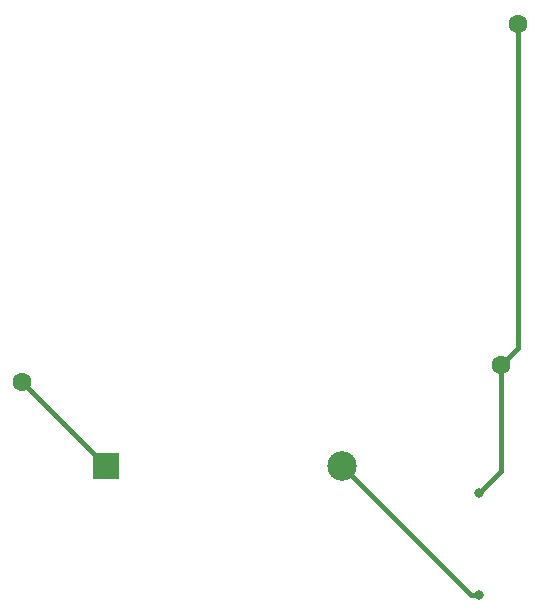
<source format=gbr>
G04 #@! TF.GenerationSoftware,KiCad,Pcbnew,(5.1.5)-3*
G04 #@! TF.CreationDate,2020-05-22T23:58:21-04:00*
G04 #@! TF.ProjectId,Body,426f6479-2e6b-4696-9361-645f70636258,rev?*
G04 #@! TF.SameCoordinates,Original*
G04 #@! TF.FileFunction,Copper,L1,Top*
G04 #@! TF.FilePolarity,Positive*
%FSLAX46Y46*%
G04 Gerber Fmt 4.6, Leading zero omitted, Abs format (unit mm)*
G04 Created by KiCad (PCBNEW (5.1.5)-3) date 2020-05-22 23:58:21*
%MOMM*%
%LPD*%
G04 APERTURE LIST*
%ADD10C,1.600000*%
%ADD11R,2.170000X2.170000*%
%ADD12C,2.500000*%
%ADD13C,0.800000*%
%ADD14C,0.400000*%
G04 APERTURE END LIST*
D10*
X83000000Y-119171100D03*
X123535534Y-117706634D03*
X125000000Y-88828950D03*
D11*
X90094000Y-126238000D03*
D12*
X110094000Y-126238000D03*
D13*
X121666000Y-128524000D03*
X121666000Y-137160000D03*
D14*
X125000000Y-116242168D02*
X123535534Y-117706634D01*
X125000000Y-88828950D02*
X125000000Y-116242168D01*
X123535534Y-126654466D02*
X123535534Y-117706634D01*
X121666000Y-128524000D02*
X123535534Y-126654466D01*
X90066900Y-126238000D02*
X90094000Y-126238000D01*
X83000000Y-119171100D02*
X90066900Y-126238000D01*
X121016000Y-137160000D02*
X121666000Y-137160000D01*
X110094000Y-126238000D02*
X121016000Y-137160000D01*
M02*

</source>
